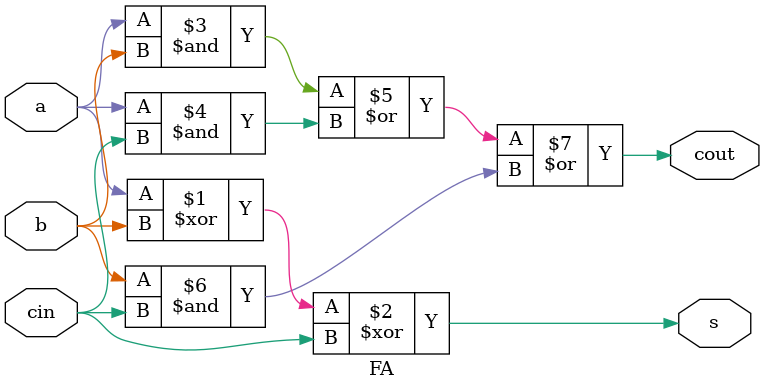
<source format=v>

module lab3p22(SW,LEDR);

input [9:0]SW;

output [9:0]LEDR;

wire c1,c2,c3;

FA b0(

.a(SW[4]),

.b(SW[0]),

.cin(SW[8]),

.cout(c1),

.s(LEDR[0])

);

FA b1(

.a(SW[5]),

.b(SW[1]),

.cin(c1),

.cout(c2),

.s(LEDR[1])

);

FA b2(

.a(SW[6]),

.b(SW[2]),

.cin(c2),

.cout(c3),

.s(LEDR[2])

);

FA b3(

.a(SW[7]),

.b(SW[3]),

.cin(c3),

.cout(LEDR[9]),

.s(LEDR[3])

);

endmodule

module FA(a,b,cin,cout,s);

input a,b,cin;

output s, cout;

assign s = a^b^cin;

assign cout = a&b|a&cin|b&cin;



endmodule

</source>
